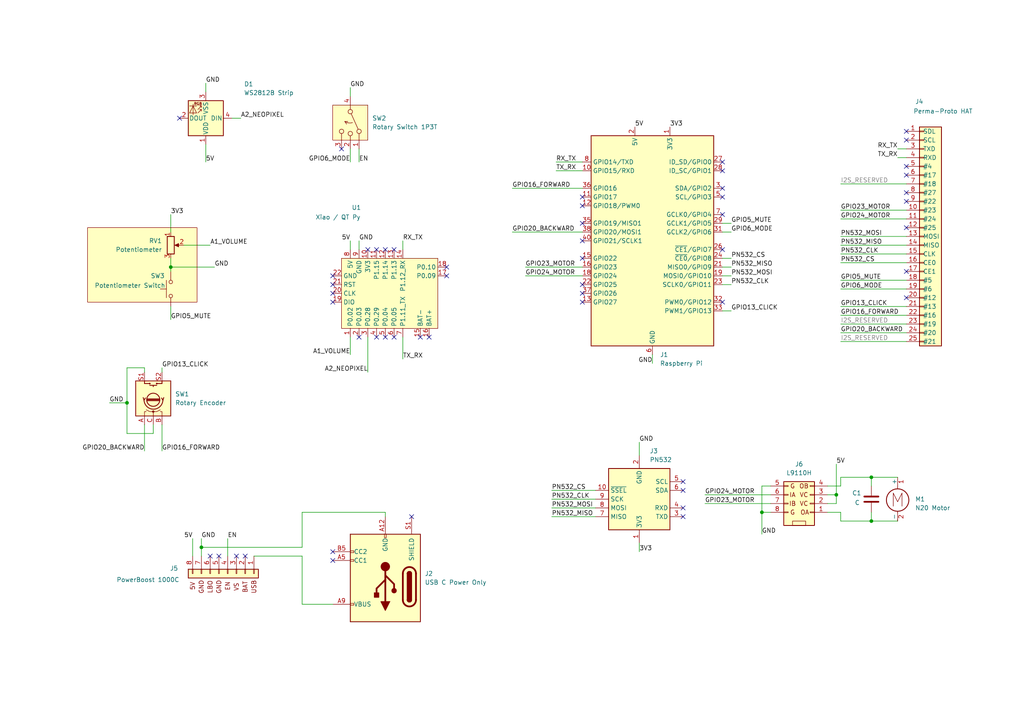
<source format=kicad_sch>
(kicad_sch (version 20231120) (generator "eeschema") (generator_version "8.0")
  (paper "A4")
  (title_block (title "Record Player") (company "Leonid R"))
  (lib_symbols
    (symbol "Connector:Raspberry_Pi_2_3"
      (property "Reference" "J" (at -17.78 31.75 0))
      (property "Value" "Raspberry_Pi_2_3" (at 10.16 -31.75 0))
      (symbol "Raspberry_Pi_2_3_0_1"
        (rectangle (start -17.78 30.48) (end 17.78 -30.48) (stroke (width 0.254)) (fill (type background)))
      )
      (symbol "Raspberry_Pi_2_3_1_1"
        (pin power_in line (at 5.08 33.02 270) (length 2.54) (name "3V3") (number "1"))
        (pin bidirectional line (at -20.32 20.32 0) (length 2.54) (name "GPIO15/RXD") (number "10"))
        (pin bidirectional line (at -20.32 12.7 0) (length 2.54) (name "GPIO17") (number "11"))
        (pin bidirectional line (at -20.32 10.16 0) (length 2.54) (name "GPIO18/PWM0") (number "12"))
        (pin bidirectional line (at -20.32 -17.78 0) (length 2.54) (name "GPIO27") (number "13"))
        (pin passive line (at 0 -33.02 90) (length 2.54) hide (name "GND") (number "14"))
        (pin bidirectional line (at -20.32 -5.08 0) (length 2.54) (name "GPIO22") (number "15"))
        (pin bidirectional line (at -20.32 -7.62 0) (length 2.54) (name "GPIO23") (number "16"))
        (pin passive line (at 5.08 33.02 270) (length 2.54) hide (name "3V3") (number "17"))
        (pin bidirectional line (at -20.32 -10.16 0) (length 2.54) (name "GPIO24") (number "18"))
        (pin bidirectional line (at 20.32 -10.16 180) (length 2.54) (name "MOSI0/GPIO10") (number "19"))
        (pin power_in line (at -5.08 33.02 270) (length 2.54) (name "5V") (number "2"))
        (pin passive line (at 0 -33.02 90) (length 2.54) hide (name "GND") (number "20"))
        (pin bidirectional line (at 20.32 -7.62 180) (length 2.54) (name "MISO0/GPIO9") (number "21"))
        (pin bidirectional line (at -20.32 -12.7 0) (length 2.54) (name "GPIO25") (number "22"))
        (pin bidirectional line (at 20.32 -12.7 180) (length 2.54) (name "SCLK0/GPIO11") (number "23"))
        (pin bidirectional line (at 20.32 -5.08 180) (length 2.54) (name "~{CE0}/GPIO8") (number "24"))
        (pin passive line (at 0 -33.02 90) (length 2.54) hide (name "GND") (number "25"))
        (pin bidirectional line (at 20.32 -2.54 180) (length 2.54) (name "~{CE1}/GPIO7") (number "26"))
        (pin bidirectional line (at 20.32 22.86 180) (length 2.54) (name "ID_SD/GPIO0") (number "27"))
        (pin bidirectional line (at 20.32 20.32 180) (length 2.54) (name "ID_SC/GPIO1") (number "28"))
        (pin bidirectional line (at 20.32 5.08 180) (length 2.54) (name "GCLK1/GPIO5") (number "29"))
        (pin bidirectional line (at 20.32 15.24 180) (length 2.54) (name "SDA/GPIO2") (number "3"))
        (pin passive line (at 0 -33.02 90) (length 2.54) hide (name "GND") (number "30"))
        (pin bidirectional line (at 20.32 2.54 180) (length 2.54) (name "GCLK2/GPIO6") (number "31"))
        (pin bidirectional line (at 20.32 -17.78 180) (length 2.54) (name "PWM0/GPIO12") (number "32"))
        (pin bidirectional line (at 20.32 -20.32 180) (length 2.54) (name "PWM1/GPIO13") (number "33"))
        (pin passive line (at 0 -33.02 90) (length 2.54) hide (name "GND") (number "34"))
        (pin bidirectional line (at -20.32 5.08 0) (length 2.54) (name "GPIO19/MISO1") (number "35"))
        (pin bidirectional line (at -20.32 15.24 0) (length 2.54) (name "GPIO16") (number "36"))
        (pin bidirectional line (at -20.32 -15.24 0) (length 2.54) (name "GPIO26") (number "37"))
        (pin bidirectional line (at -20.32 2.54 0) (length 2.54) (name "GPIO20/MOSI1") (number "38"))
        (pin passive line (at 0 -33.02 90) (length 2.54) hide (name "GND") (number "39"))
        (pin passive line (at -5.08 33.02 270) (length 2.54) hide (name "5V") (number "4"))
        (pin bidirectional line (at -20.32 0 0) (length 2.54) (name "GPIO21/SCLK1") (number "40"))
        (pin bidirectional line (at 20.32 12.7 180) (length 2.54) (name "SCL/GPIO3") (number "5"))
        (pin power_in line (at 0 -33.02 90) (length 2.54) (name "GND") (number "6"))
        (pin bidirectional line (at 20.32 7.62 180) (length 2.54) (name "GCLK0/GPIO4") (number "7"))
        (pin bidirectional line (at -20.32 22.86 0) (length 2.54) (name "GPIO14/TXD") (number "8"))
        (pin passive line (at 0 -33.02 90) (length 2.54) hide (name "GND") (number "9"))
      )
    )
    (symbol "Connector:UEXT_Slave"
      (property "Reference" "J" (at 6.35 10.16 0))
      (property "Value" "UEXT_Slave" (at 6.35 -10.16 0))
      (symbol "UEXT_Slave_1_1"
        (rectangle (start -8.89 8.89) (end 8.89 -8.89) (stroke (width 0.254)) (fill (type background)))
        (pin power_out line (at 0 12.7 270) (length 3.81) (name "3V3") (number "1"))
        (pin input line (at 12.7 -2.54 180) (length 3.81) (name "~{SSEL}") (number "10"))
        (pin power_in line (at 0 -12.7 90) (length 3.81) (name "GND") (number "2"))
        (pin input line (at -12.7 5.08 0) (length 3.81) (name "TXD") (number "3"))
        (pin output line (at -12.7 2.54 0) (length 3.81) (name "RXD") (number "4"))
        (pin input line (at -12.7 -5.08 0) (length 3.81) (name "SCL") (number "5"))
        (pin bidirectional line (at -12.7 -2.54 0) (length 3.81) (name "SDA") (number "6"))
        (pin input line (at 12.7 5.08 180) (length 3.81) (name "MISO") (number "7"))
        (pin output line (at 12.7 2.54 180) (length 3.81) (name "MOSI") (number "8"))
        (pin input line (at 12.7 0 180) (length 3.81) (name "SCK") (number "9"))
      )
    )
    (symbol "Connector:USB_C_Receptacle_PowerOnly_6P" (pin_names (offset 1.016))
      (property "Reference" "J" (at 0 16.51 0))
      (property "Value" "USB_C_Receptacle_PowerOnly_6P" (at 0 13.97 0))
      (symbol "USB_C_Receptacle_PowerOnly_6P_0_0"
        (rectangle (start -0.254 -12.7) (end 0.254 -11.684))
        (rectangle (start 10.16 -7.366) (end 9.144 -7.874))
        (rectangle (start 10.16 -4.826) (end 9.144 -5.334))
        (rectangle (start 10.16 7.874) (end 9.144 7.366))
      )
      (symbol "USB_C_Receptacle_PowerOnly_6P_0_1"
        (rectangle (start -10.16 12.7) (end 10.16 -12.7) (stroke (width 0.254)) (fill (type background)))
        (arc (start -8.89 -1.27) (mid -6.985 -3.1667) (end -5.08 -1.27) (stroke (width 0.508)))
        (arc (start -7.62 -1.27) (mid -6.985 -1.9023) (end -6.35 -1.27) (stroke (width 0.254)))
        (arc (start -7.62 -1.27) (mid -6.985 -1.9023) (end -6.35 -1.27) (stroke (width 0.254)) (fill (type outline)))
        (rectangle (start -7.62 -1.27) (end -6.35 6.35) (stroke (width 0.254)) (fill (type outline)))
        (arc (start -6.35 6.35) (mid -6.985 6.9823) (end -7.62 6.35) (stroke (width 0.254)))
        (arc (start -6.35 6.35) (mid -6.985 6.9823) (end -7.62 6.35) (stroke (width 0.254)) (fill (type outline)))
        (arc (start -5.08 6.35) (mid -6.985 8.2467) (end -8.89 6.35) (stroke (width 0.508)))
        (circle (center -2.54 3.683) (radius 0.635) (stroke (width 0.254)) (fill (type outline)))
        (circle (center 0 -3.302) (radius 1.27) (fill (type outline)))
        (polyline (pts (xy -8.89 -1.27) (xy -8.89 6.35)) (stroke (width 0.508)))
        (polyline (pts (xy -5.08 6.35) (xy -5.08 -1.27)) (stroke (width 0.508)))
        (polyline (pts (xy 0 -3.302) (xy 0 6.858)) (stroke (width 0.508)))
        (polyline (pts (xy 0 -0.762) (xy -2.54 1.778) (xy -2.54 3.048)) (stroke (width 0.508)))
        (polyline (pts (xy 0 0.508) (xy 2.54 3.048) (xy 2.54 4.318)) (stroke (width 0.508)))
        (polyline (pts (xy -1.27 6.858) (xy 0 9.398) (xy 1.27 6.858) (xy -1.27 6.858)) (stroke (width 0.254)) (fill (type outline)))
        (rectangle (start 1.905 4.318) (end 3.175 5.588) (stroke (width 0.254)) (fill (type outline)))
      )
      (symbol "USB_C_Receptacle_PowerOnly_6P_1_1"
        (pin passive line (at 0 -17.78 90) (length 5.08) (name "GND") (number "A12"))
        (pin bidirectional line (at 15.24 -5.08 180) (length 5.08) (name "CC1") (number "A5"))
        (pin passive line (at 15.24 7.62 180) (length 5.08) (name "VBUS") (number "A9"))
        (pin passive line (at 0 -17.78 90) (length 5.08) hide (name "GND") (number "B12"))
        (pin bidirectional line (at 15.24 -7.62 180) (length 5.08) (name "CC2") (number "B5"))
        (pin passive line (at 15.24 7.62 180) (length 5.08) hide (name "VBUS") (number "B9"))
        (pin passive line (at -7.62 -17.78 90) (length 5.08) (name "SHIELD") (number "S1"))
      )
    )
    (symbol "Connector_Generic:Conn_01x08" (pin_names (offset 1.016) hide)
      (property "Reference" "J5" (at -2.032 13.716 0))
      (property "Value" "PowerBoost 1000C" (at -8.382 11.43 0))
      (symbol "Conn_01x08_1_1"
        (rectangle (start -1.27 -10.033) (end 0 -10.287) (stroke (width 0.1524)))
        (rectangle (start -1.27 -7.493) (end 0 -7.747) (stroke (width 0.1524)))
        (rectangle (start -1.27 -4.953) (end 0 -5.207) (stroke (width 0.1524)))
        (rectangle (start -1.27 -2.413) (end 0 -2.667) (stroke (width 0.1524)))
        (rectangle (start -1.27 0.127) (end 0 -0.127) (stroke (width 0.1524)))
        (rectangle (start -1.27 2.667) (end 0 2.413) (stroke (width 0.1524)))
        (rectangle (start -1.27 5.207) (end 0 4.953) (stroke (width 0.1524)))
        (rectangle (start -1.27 7.747) (end 0 7.493) (stroke (width 0.1524)))
        (rectangle (start -1.27 8.89) (end 1.27 -11.43) (stroke (width 0.254)) (fill (type background)))
        (text "5V" (at 3.556 -10.16 0) (effects (font (size 1.27 1.27))))
        (text "BAT" (at 3.81 5.08 0) (effects (font (size 1.27 1.27))))
        (text "EN" (at 3.556 0 0) (effects (font (size 1.27 1.27))))
        (text "GND" (at 3.81 -7.62 0) (effects (font (size 1.27 1.27))))
        (text "GND" (at 3.81 -2.54 0) (effects (font (size 1.27 1.27))))
        (text "LBO" (at 3.81 -5.08 0) (effects (font (size 1.27 1.27))))
        (text "USB" (at 3.81 7.62 0) (effects (font (size 1.27 1.27))))
        (text "VS" (at 3.81 2.54 0) (effects (font (size 1.27 1.27))))
        (pin passive line (at -5.08 7.62 0) (length 3.81) (name "Pin_1") (number "1"))
        (pin passive line (at -5.08 5.08 0) (length 3.81) (name "Pin_2") (number "2"))
        (pin passive line (at -5.08 2.54 0) (length 3.81) (name "Pin_3") (number "3"))
        (pin passive line (at -5.08 0 0) (length 3.81) (name "Pin_4") (number "4"))
        (pin passive line (at -5.08 -2.54 0) (length 3.81) (name "Pin_5") (number "5"))
        (pin passive line (at -5.08 -5.08 0) (length 3.81) (name "Pin_6") (number "6"))
        (pin passive line (at -5.08 -7.62 0) (length 3.81) (name "Pin_7") (number "7"))
        (pin passive line (at -5.08 -10.16 0) (length 3.81) (name "Pin_8") (number "8"))
      )
    )
    (symbol "Connector_Generic:Conn_01x25" (pin_names (offset 1.016))
      (property "Reference" "J4" (at -1.524 38.862 0))
      (property "Value" "Perma-Proto HAT" (at -1.524 36.322 0))
      (symbol "Conn_01x25_1_1"
        (rectangle (start -1.27 -30.353) (end 0 -30.607) (stroke (width 0.1524)))
        (rectangle (start -1.27 -27.813) (end 0 -28.067) (stroke (width 0.1524)))
        (rectangle (start -1.27 -25.273) (end 0 -25.527) (stroke (width 0.1524)))
        (rectangle (start -1.27 -22.733) (end 0 -22.987) (stroke (width 0.1524)))
        (rectangle (start -1.27 -20.193) (end 0 -20.447) (stroke (width 0.1524)))
        (rectangle (start -1.27 -17.653) (end 0 -17.907) (stroke (width 0.1524)))
        (rectangle (start -1.27 -15.113) (end 0 -15.367) (stroke (width 0.1524)))
        (rectangle (start -1.27 -12.573) (end 0 -12.827) (stroke (width 0.1524)))
        (rectangle (start -1.27 -10.033) (end 0 -10.287) (stroke (width 0.1524)))
        (rectangle (start -1.27 -7.493) (end 0 -7.747) (stroke (width 0.1524)))
        (rectangle (start -1.27 -4.953) (end 0 -5.207) (stroke (width 0.1524)))
        (rectangle (start -1.27 -2.413) (end 0 -2.667) (stroke (width 0.1524)))
        (rectangle (start -1.27 0.127) (end 0 -0.127) (stroke (width 0.1524)))
        (rectangle (start -1.27 2.667) (end 0 2.413) (stroke (width 0.1524)))
        (rectangle (start -1.27 5.207) (end 0 4.953) (stroke (width 0.1524)))
        (rectangle (start -1.27 7.747) (end 0 7.493) (stroke (width 0.1524)))
        (rectangle (start -1.27 10.287) (end 0 10.033) (stroke (width 0.1524)))
        (rectangle (start -1.27 12.827) (end 0 12.573) (stroke (width 0.1524)))
        (rectangle (start -1.27 15.367) (end 0 15.113) (stroke (width 0.1524)))
        (rectangle (start -1.27 17.907) (end 0 17.653) (stroke (width 0.1524)))
        (rectangle (start -1.27 20.447) (end 0 20.193) (stroke (width 0.1524)))
        (rectangle (start -1.27 22.987) (end 0 22.733) (stroke (width 0.1524)))
        (rectangle (start -1.27 25.527) (end 0 25.273) (stroke (width 0.1524)))
        (rectangle (start -1.27 28.067) (end 0 27.813) (stroke (width 0.1524)))
        (rectangle (start -1.27 30.607) (end 0 30.353) (stroke (width 0.1524)))
        (rectangle (start -1.27 31.75) (end 5.08 -31.75) (stroke (width 0.254)) (fill (type background)))
        (pin passive line (at -5.08 30.48 0) (length 3.81) (name "SDL") (number "1"))
        (pin passive line (at -5.08 7.62 0) (length 3.81) (name "#23") (number "10"))
        (pin passive line (at -5.08 5.08 0) (length 3.81) (name "#24") (number "11"))
        (pin passive line (at -5.08 2.54 0) (length 3.81) (name "#25") (number "12"))
        (pin passive line (at -5.08 0 0) (length 3.81) (name "MOSI") (number "13"))
        (pin passive line (at -5.08 -2.54 0) (length 3.81) (name "MISO") (number "14"))
        (pin passive line (at -5.08 -5.08 0) (length 3.81) (name "CLK") (number "15"))
        (pin passive line (at -5.08 -7.62 0) (length 3.81) (name "CE0") (number "16"))
        (pin passive line (at -5.08 -10.16 0) (length 3.81) (name "CE1") (number "17"))
        (pin passive line (at -5.08 -12.7 0) (length 3.81) (name "#5") (number "18"))
        (pin passive line (at -5.08 -15.24 0) (length 3.81) (name "#6") (number "19"))
        (pin passive line (at -5.08 27.94 0) (length 3.81) (name "SCL") (number "2"))
        (pin passive line (at -5.08 -17.78 0) (length 3.81) (name "#12") (number "20"))
        (pin passive line (at -5.08 -20.32 0) (length 3.81) (name "#13") (number "21"))
        (pin passive line (at -5.08 -22.86 0) (length 3.81) (name "#16") (number "22"))
        (pin passive line (at -5.08 -25.4 0) (length 3.81) (name "#19") (number "23"))
        (pin passive line (at -5.08 -27.94 0) (length 3.81) (name "#20") (number "24"))
        (pin passive line (at -5.08 -30.48 0) (length 3.81) (name "#21") (number "25"))
        (pin passive line (at -5.08 25.4 0) (length 3.81) (name "TXD") (number "3"))
        (pin passive line (at -5.08 22.86 0) (length 3.81) (name "RXD") (number "4"))
        (pin passive line (at -5.08 20.32 0) (length 3.81) (name "#4") (number "5"))
        (pin passive line (at -5.08 17.78 0) (length 3.81) (name "#17") (number "6"))
        (pin passive line (at -5.08 15.24 0) (length 3.81) (name "#18") (number "7"))
        (pin passive line (at -5.08 12.7 0) (length 3.81) (name "#27") (number "8"))
        (pin passive line (at -5.08 10.16 0) (length 3.81) (name "#22") (number "9"))
      )
    )
    (symbol "Connector_Generic:Conn_02x04_Counter_Clockwise" (pin_names (offset 1.016) hide)
      (property "Reference" "J6" (at -0.508 12.7 0))
      (property "Value" "L9110H" (at 3.302 10.16 0))
      (symbol "Conn_02x04_Counter_Clockwise_0_1"
        (rectangle (start 1.27 6.35) (end 5.08 5.08))
      )
      (symbol "Conn_02x04_Counter_Clockwise_1_1"
        (rectangle (start -1.27 -4.953) (end 0 -5.207) (stroke (width 0.1524)))
        (rectangle (start -1.27 -2.413) (end 0 -2.667) (stroke (width 0.1524)))
        (rectangle (start -1.27 0.127) (end 0 -0.127) (stroke (width 0.1524)))
        (rectangle (start -1.27 2.667) (end 0 2.413) (stroke (width 0.1524)))
        (rectangle (start -1.27 6.35) (end 7.62 -6.35) (stroke (width 0.254)) (fill (type background)))
        (rectangle (start 7.62 -4.953) (end 6.35 -5.207) (stroke (width 0.1524)))
        (rectangle (start 7.62 -2.413) (end 6.35 -2.667) (stroke (width 0.1524)))
        (rectangle (start 7.62 0.127) (end 6.35 -0.127) (stroke (width 0.1524)))
        (rectangle (start 7.62 2.667) (end 6.35 2.413) (stroke (width 0.1524)))
        (text "G" (at 5.08 -5.08 0) (effects (font (size 1.27 1.27))))
        (text "G" (at 5.08 2.54 0) (effects (font (size 1.27 1.27))))
        (text "IA" (at 5.08 -2.54 0) (effects (font (size 1.27 1.27))))
        (text "IB" (at 5.08 0 0) (effects (font (size 1.27 1.27))))
        (text "OA" (at 1.524 2.54 0) (effects (font (size 1.27 1.27))))
        (text "OB" (at 1.778 -5.08 0) (effects (font (size 1.27 1.27))))
        (text "VC" (at 1.778 -2.54 0) (effects (font (size 1.27 1.27))))
        (text "VC" (at 1.778 0 0) (effects (font (size 1.27 1.27))))
        (pin passive line (at -5.08 2.54 0) (length 3.81) (name "Pin_1") (number "1"))
        (pin passive line (at -5.08 0 0) (length 3.81) (name "Pin_2") (number "2"))
        (pin passive line (at -5.08 -2.54 0) (length 3.81) (name "Pin_3") (number "3"))
        (pin passive line (at -5.08 -5.08 0) (length 3.81) (name "Pin_4") (number "4"))
        (pin passive line (at 11.43 -5.08 180) (length 3.81) (name "Pin_5") (number "5"))
        (pin passive line (at 11.43 -2.54 180) (length 3.81) (name "Pin_6") (number "6"))
        (pin passive line (at 11.43 0 180) (length 3.81) (name "Pin_7") (number "7"))
        (pin passive line (at 11.43 2.54 180) (length 3.81) (name "Pin_8") (number "8"))
      )
    )
    (symbol "Device:C" (pin_numbers hide) (pin_names (offset 0.254))
      (property "Reference" "C" (at 0.635 2.54 0))
      (property "Value" "C" (at 0.635 -2.54 0))
      (symbol "C_0_1"
        (polyline (pts (xy -2.032 -0.762) (xy 2.032 -0.762)) (stroke (width 0.508)))
        (polyline (pts (xy -2.032 0.762) (xy 2.032 0.762)) (stroke (width 0.508)))
      )
      (symbol "C_1_1"
        (pin passive line (at 0 3.81 270) (length 2.794) (name "~") (number "1"))
        (pin passive line (at 0 -3.81 90) (length 2.794) (name "~") (number "2"))
      )
    )
    (symbol "Device:R_Potentiometer" (pin_names (offset 1.016) hide)
      (property "Reference" "RV" (at -4.445 0 90))
      (property "Value" "R_Potentiometer" (at -2.54 0 90))
      (symbol "R_Potentiometer_0_1"
        (polyline (pts (xy 2.54 0) (xy 1.524 0)))
        (polyline (pts (xy 1.143 0) (xy 2.286 0.508) (xy 2.286 -0.508) (xy 1.143 0)) (fill (type outline)))
        (rectangle (start 1.016 2.54) (end -1.016 -2.54) (stroke (width 0.254)))
      )
      (symbol "R_Potentiometer_1_1"
        (pin passive line (at 0 3.81 270) (length 1.27) (name "1") (number "1"))
        (pin passive line (at 3.81 0 180) (length 1.27) (name "2") (number "2"))
        (pin passive line (at 0 -3.81 90) (length 1.27) (name "3") (number "3"))
      )
    )
    (symbol "Device:RotaryEncoder_Switch" (pin_names (offset 0.254) hide)
      (property "Reference" "SW" (at 0 6.604 0))
      (property "Value" "RotaryEncoder_Switch" (at 0 -6.604 0))
      (symbol "RotaryEncoder_Switch_0_1"
        (rectangle (start -5.08 5.08) (end 5.08 -5.08) (stroke (width 0.254)) (fill (type background)))
        (circle (center -3.81 0) (radius 0.254) (fill (type outline)))
        (circle (center -0.381 0) (radius 1.905) (stroke (width 0.254)))
        (arc (start -0.381 2.667) (mid -3.0988 -0.0635) (end -0.381 -2.794) (stroke (width 0.254)))
        (polyline (pts (xy -0.635 -1.778) (xy -0.635 1.778)) (stroke (width 0.254)))
        (polyline (pts (xy -0.381 -1.778) (xy -0.381 1.778)) (stroke (width 0.254)))
        (polyline (pts (xy -0.127 1.778) (xy -0.127 -1.778)) (stroke (width 0.254)))
        (polyline (pts (xy 3.81 0) (xy 3.429 0)) (stroke (width 0.254)))
        (polyline (pts (xy 3.81 1.016) (xy 3.81 -1.016)) (stroke (width 0.254)))
        (polyline (pts (xy -5.08 -2.54) (xy -3.81 -2.54) (xy -3.81 -2.032)))
        (polyline (pts (xy -5.08 2.54) (xy -3.81 2.54) (xy -3.81 2.032)))
        (polyline (pts (xy 0.254 -3.048) (xy -0.508 -2.794) (xy 0.127 -2.413)) (stroke (width 0.254)))
        (polyline (pts (xy 0.254 2.921) (xy -0.508 2.667) (xy 0.127 2.286)) (stroke (width 0.254)))
        (polyline (pts (xy 5.08 -2.54) (xy 4.318 -2.54) (xy 4.318 -1.016)) (stroke (width 0.254)))
        (polyline (pts (xy 5.08 2.54) (xy 4.318 2.54) (xy 4.318 1.016)) (stroke (width 0.254)))
        (polyline (pts (xy -5.08 0) (xy -3.81 0) (xy -3.81 -1.016) (xy -3.302 -2.032)))
        (polyline (pts (xy -4.318 0) (xy -3.81 0) (xy -3.81 1.016) (xy -3.302 2.032)))
        (circle (center 4.318 -1.016) (radius 0.127) (stroke (width 0.254)))
        (circle (center 4.318 1.016) (radius 0.127) (stroke (width 0.254)))
      )
      (symbol "RotaryEncoder_Switch_1_1"
        (pin passive line (at -7.62 2.54 0) (length 2.54) (name "A") (number "A"))
        (pin passive line (at -7.62 -2.54 0) (length 2.54) (name "B") (number "B"))
        (pin passive line (at -7.62 0 0) (length 2.54) (name "C") (number "C"))
        (pin passive line (at 7.62 2.54 180) (length 2.54) (name "S1") (number "S1"))
        (pin passive line (at 7.62 -2.54 180) (length 2.54) (name "S2") (number "S2"))
      )
    )
    (symbol "LED:WS2812B" (pin_names (offset 0.254))
      (property "Reference" "D" (at 5.08 5.715 0))
      (property "Value" "WS2812B" (at 1.27 -5.715 0))
      (symbol "WS2812B_0_0"
        (text "RGB" (at 2.286 -4.191 0) (effects (font (size 0.762 0.762))))
      )
      (symbol "WS2812B_0_1"
        (polyline (pts (xy 1.27 -3.556) (xy 1.778 -3.556)))
        (polyline (pts (xy 1.27 -2.54) (xy 1.778 -2.54)))
        (polyline (pts (xy 4.699 -3.556) (xy 2.667 -3.556)))
        (polyline (pts (xy 2.286 -2.54) (xy 1.27 -3.556) (xy 1.27 -3.048)))
        (polyline (pts (xy 2.286 -1.524) (xy 1.27 -2.54) (xy 1.27 -2.032)))
        (polyline (pts (xy 3.683 -1.016) (xy 3.683 -3.556) (xy 3.683 -4.064)))
        (polyline (pts (xy 4.699 -1.524) (xy 2.667 -1.524) (xy 3.683 -3.556) (xy 4.699 -1.524)))
        (rectangle (start 5.08 5.08) (end -5.08 -5.08) (stroke (width 0.254)) (fill (type background)))
      )
      (symbol "WS2812B_1_1"
        (pin power_in line (at 0 7.62 270) (length 2.54) (name "VDD") (number "1"))
        (pin output line (at 7.62 0 180) (length 2.54) (name "DOUT") (number "2"))
        (pin power_in line (at 0 -7.62 90) (length 2.54) (name "VSS") (number "3"))
        (pin input line (at -7.62 0 0) (length 2.54) (name "DIN") (number "4"))
      )
    )
    (symbol "Motor:Motor_DC" (pin_names (offset 0))
      (property "Reference" "M" (at 2.54 2.54 0))
      (property "Value" "Motor_DC" (at 2.54 -5.08 0))
      (symbol "Motor_DC_0_0"
        (polyline (pts (xy -1.27 -3.302) (xy -1.27 0.508) (xy 0 -2.032) (xy 1.27 0.508) (xy 1.27 -3.302)))
      )
      (symbol "Motor_DC_0_1"
        (circle (center 0 -1.524) (radius 3.2512) (stroke (width 0.254)))
        (polyline (pts (xy 0 -7.62) (xy 0 -7.112)))
        (polyline (pts (xy 0 -4.7752) (xy 0 -5.1816)))
        (polyline (pts (xy 0 1.7272) (xy 0 2.0828)))
        (polyline (pts (xy 0 2.032) (xy 0 2.54)))
      )
      (symbol "Motor_DC_1_1"
        (pin passive line (at 0 5.08 270) (length 2.54) (name "+") (number "1"))
        (pin passive line (at 0 -7.62 90) (length 2.54) (name "-") (number "2"))
      )
    )
    (symbol "PCM_marbastlib-promicroish:Seeeduino_Xiao_nRF52840" (in_bom no)
      (property "Reference" "U1" (at 9.8141 -13.97 0))
      (property "Value" "Xiao" (at 9.8141 -16.51 0))
      (symbol "Seeeduino_Xiao_nRF52840_1_0"
        (pin bidirectional line (at -12.7 13.97 0) (length 2.54) (name "P0.02") (number "1"))
        (pin power_out line (at 12.7 8.89 180) (length 2.54) (name "3V3") (number "10"))
        (pin bidirectional line (at 12.7 6.35 180) (length 2.54) (name "P1.15") (number "11"))
        (pin bidirectional line (at 12.7 3.81 180) (length 2.54) (name "P1.14") (number "12"))
        (pin bidirectional line (at 12.7 1.27 180) (length 2.54) (name "P1.13") (number "13"))
        (pin bidirectional line (at 12.7 -1.27 180) (length 2.54) (name "P1.12_RX") (number "14"))
        (pin power_in line (at -12.7 -6.35 0) (length 2.54) (name "BAT-") (number "15"))
        (pin power_in line (at -12.7 -8.89 0) (length 2.54) (name "BAT+") (number "16"))
        (pin bidirectional line (at 5.08 -13.97 90) (length 2.54) (name "P0.09") (number "17"))
        (pin bidirectional line (at 7.62 -13.97 90) (length 2.54) (name "P0.10") (number "18"))
        (pin bidirectional line (at -2.54 19.05 270) (length 2.54) (name "DIO") (number "19"))
        (pin bidirectional line (at -12.7 11.43 0) (length 2.54) (name "P0.03") (number "2"))
        (pin bidirectional line (at 0 19.05 270) (length 2.54) (name "CLK") (number "20"))
        (pin bidirectional line (at 2.54 19.05 270) (length 2.54) (name "RST") (number "21"))
        (pin power_out line (at 5.08 19.05 270) (length 2.54) (name "GND") (number "22"))
        (pin bidirectional line (at -12.7 8.89 0) (length 2.54) (name "P0.28") (number "3"))
        (pin bidirectional line (at -12.7 6.35 0) (length 2.54) (name "P0.29") (number "4"))
        (pin bidirectional line (at -12.7 3.81 0) (length 2.54) (name "P0.04") (number "5"))
        (pin bidirectional line (at -12.7 1.27 0) (length 2.54) (name "P0.05") (number "6"))
        (pin bidirectional line (at -12.7 -1.27 0) (length 2.54) (name "P1.11_TX") (number "7"))
        (pin power_out line (at 12.7 13.97 180) (length 2.54) (name "5V") (number "8"))
        (pin power_out line (at 12.7 11.43 180) (length 2.54) (name "GND") (number "9"))
      )
      (symbol "Seeeduino_Xiao_nRF52840_1_1"
        (rectangle (start -10.16 16.51) (end 10.16 -11.43) (fill (type background)))
      )
    )
    (symbol "Switch:SW_Push" (pin_numbers hide) (pin_names (offset 1.016) hide)
      (property "Reference" "SW" (at 1.27 2.54 0))
      (property "Value" "SW_Push" (at 0 -1.524 0))
      (symbol "SW_Push_0_1"
        (circle (center -2.032 0) (radius 0.508))
        (polyline (pts (xy 0 1.27) (xy 0 3.048)))
        (polyline (pts (xy 2.54 1.27) (xy -2.54 1.27)))
        (circle (center 2.032 0) (radius 0.508))
        (pin passive line (at -5.08 0 0) (length 2.54) (name "1") (number "1"))
        (pin passive line (at 5.08 0 180) (length 2.54) (name "2") (number "2"))
      )
    )
    (symbol "Switch:SW_Rotary_1x3_MP" (pin_names hide)
      (property "Reference" "SW2" (at -1.2701 6.35 90))
      (property "Value" "Rotary Switch 1P3T" (at 1.2699 6.35 90))
      (symbol "SW_Rotary_1x3_MP_0_1"
        (circle (center -3.175 0) (radius 0.635))
        (arc (start -0.3176 -1.5875) (mid 0.0861 -0.5113) (end 0 0.635))
        (polyline (pts (xy -5.08 0) (xy -3.81 0)))
        (polyline (pts (xy -2.5908 0.254) (xy 1.9304 2.286)))
        (polyline (pts (xy -0.3176 -1.5875) (xy -0.3176 -1.5875)))
        (polyline (pts (xy -0.3176 -1.5875) (xy -0.3176 -0.6985)))
        (polyline (pts (xy -0.3176 -1.5875) (xy 0.4444 -1.0795)))
        (polyline (pts (xy 5.08 -2.54) (xy 3.175 -2.54)))
        (polyline (pts (xy 5.08 0) (xy 3.81 0)))
        (polyline (pts (xy 5.08 2.54) (xy 3.175 2.54)))
        (circle (center 2.54 -2.54) (radius 0.635))
        (circle (center 2.54 2.54) (radius 0.635))
        (circle (center 3.175 0) (radius 0.635))
      )
      (symbol "SW_Rotary_1x3_MP_1_1"
        (rectangle (start -5.08 5.08) (end 5.08 -5.08) (fill (type background)))
        (pin passive line (at 7.62 2.54 180) (length 2.54) (name "") (number "1"))
        (pin passive line (at 7.62 0 180) (length 2.54) (name "") (number "2"))
        (pin passive line (at 7.62 -2.54 180) (length 2.54) (name "") (number "3"))
        (pin passive line (at -7.62 0 0) (length 2.54) (name "") (number "4"))
      )
    )
  )
  (junction (at 220.98 148.59))
  (junction (at 242.57 143.51))
  (junction (at 58.42 158.75))
  (junction (at 49.53 77.47))
  (junction (at 252.73 138.43))
  (junction (at 252.73 151.13))
  (junction (at 36.83 116.84))
  (no_connect (at 209.55 87.63))
  (no_connect (at 168.91 69.85))
  (no_connect (at 262.89 38.1))
  (no_connect (at 129.54 77.47))
  (no_connect (at 168.91 85.09))
  (no_connect (at 121.92 97.79))
  (no_connect (at 96.52 80.01))
  (no_connect (at 111.76 72.39))
  (no_connect (at 262.89 48.26))
  (no_connect (at 109.22 72.39))
  (no_connect (at 168.91 59.69))
  (no_connect (at 71.12 161.29))
  (no_connect (at 209.55 46.99))
  (no_connect (at 96.52 87.63))
  (no_connect (at 209.55 62.23))
  (no_connect (at 96.52 85.09))
  (no_connect (at 63.5 161.29))
  (no_connect (at 104.14 97.79))
  (no_connect (at 99.06 43.18))
  (no_connect (at 262.89 86.36))
  (no_connect (at 198.12 142.24))
  (no_connect (at 96.52 160.02))
  (no_connect (at 114.3 72.39))
  (no_connect (at 262.89 55.88))
  (no_connect (at 106.68 72.39))
  (no_connect (at 262.89 66.04))
  (no_connect (at 209.55 72.39))
  (no_connect (at 198.12 139.7))
  (no_connect (at 96.52 82.55))
  (no_connect (at 124.46 97.79))
  (no_connect (at 198.12 149.86))
  (no_connect (at 262.89 40.64))
  (no_connect (at 68.58 161.29))
  (no_connect (at 168.91 82.55))
  (no_connect (at 168.91 74.93))
  (no_connect (at 209.55 57.15))
  (no_connect (at 52.07 34.29))
  (no_connect (at 60.96 161.29))
  (no_connect (at 129.54 80.01))
  (no_connect (at 209.55 54.61))
  (no_connect (at 111.76 97.79))
  (no_connect (at 96.52 162.56))
  (no_connect (at 262.89 78.74))
  (no_connect (at 209.55 49.53))
  (no_connect (at 262.89 58.42))
  (no_connect (at 168.91 57.15))
  (no_connect (at 114.3 97.79))
  (no_connect (at 262.89 50.8))
  (no_connect (at 198.12 147.32))
  (no_connect (at 109.22 97.79))
  (no_connect (at 168.91 87.63))
  (no_connect (at 168.91 64.77))
  (no_connect (at 119.38 149.86))
  (wire (pts (xy 87.63 161.29) (xy 73.66 161.29)))
  (wire (pts (xy 185.42 157.48) (xy 185.42 160.02)))
  (wire (pts (xy 116.84 97.79) (xy 116.84 104.14)))
  (wire (pts (xy 53.34 71.12) (xy 60.96 71.12)))
  (wire (pts (xy 220.98 148.59) (xy 223.52 148.59)))
  (wire (pts (xy 252.73 148.59) (xy 252.73 151.13)))
  (wire (pts (xy 240.03 140.97) (xy 243.84 140.97)))
  (wire (pts (xy 243.84 99.06) (xy 262.89 99.06)))
  (wire (pts (xy 220.98 148.59) (xy 220.98 154.94)))
  (wire (pts (xy 243.84 81.28) (xy 262.89 81.28)))
  (wire (pts (xy 148.59 67.31) (xy 168.91 67.31)))
  (wire (pts (xy 116.84 72.39) (xy 116.84 69.85)))
  (wire (pts (xy 220.98 140.97) (xy 220.98 148.59)))
  (wire (pts (xy 252.73 138.43) (xy 260.35 138.43)))
  (wire (pts (xy 46.99 123.19) (xy 46.99 130.81)))
  (wire (pts (xy 243.84 151.13) (xy 252.73 151.13)))
  (wire (pts (xy 58.42 156.21) (xy 58.42 158.75)))
  (wire (pts (xy 49.53 62.23) (xy 49.53 67.31)))
  (wire (pts (xy 243.84 138.43) (xy 243.84 140.97)))
  (wire (pts (xy 87.63 148.59) (xy 87.63 158.75)))
  (wire (pts (xy 101.6 97.79) (xy 101.6 102.87)))
  (wire (pts (xy 243.84 148.59) (xy 243.84 151.13)))
  (wire (pts (xy 31.75 116.84) (xy 36.83 116.84)))
  (wire (pts (xy 101.6 43.18) (xy 101.6 46.99)))
  (wire (pts (xy 111.76 148.59) (xy 87.63 148.59)))
  (wire (pts (xy 87.63 175.26) (xy 96.52 175.26)))
  (wire (pts (xy 260.35 43.18) (xy 262.89 43.18)))
  (wire (pts (xy 240.03 146.05) (xy 242.57 146.05)))
  (wire (pts (xy 240.03 143.51) (xy 242.57 143.51)))
  (wire (pts (xy 209.55 77.47) (xy 212.09 77.47)))
  (wire (pts (xy 160.02 144.78) (xy 172.72 144.78)))
  (wire (pts (xy 36.83 106.68) (xy 41.91 106.68)))
  (wire (pts (xy 160.02 142.24) (xy 172.72 142.24)))
  (wire (pts (xy 209.55 82.55) (xy 212.09 82.55)))
  (wire (pts (xy 204.47 143.51) (xy 223.52 143.51)))
  (wire (pts (xy 260.35 45.72) (xy 262.89 45.72)))
  (wire (pts (xy 185.42 128.27) (xy 185.42 132.08)))
  (wire (pts (xy 243.84 96.52) (xy 262.89 96.52)))
  (wire (pts (xy 36.83 116.84) (xy 36.83 125.73)))
  (wire (pts (xy 240.03 148.59) (xy 243.84 148.59)))
  (wire (pts (xy 49.53 74.93) (xy 49.53 77.47)))
  (wire (pts (xy 252.73 151.13) (xy 260.35 151.13)))
  (wire (pts (xy 242.57 134.62) (xy 242.57 143.51)))
  (wire (pts (xy 44.45 125.73) (xy 36.83 125.73)))
  (wire (pts (xy 49.53 77.47) (xy 49.53 78.74)))
  (wire (pts (xy 243.84 138.43) (xy 252.73 138.43)))
  (wire (pts (xy 152.4 77.47) (xy 168.91 77.47)))
  (wire (pts (xy 87.63 175.26) (xy 87.63 161.29)))
  (wire (pts (xy 36.83 106.68) (xy 36.83 116.84)))
  (wire (pts (xy 148.59 54.61) (xy 168.91 54.61)))
  (wire (pts (xy 55.88 156.21) (xy 55.88 161.29)))
  (wire (pts (xy 152.4 80.01) (xy 168.91 80.01)))
  (wire (pts (xy 223.52 140.97) (xy 220.98 140.97)))
  (wire (pts (xy 243.84 73.66) (xy 262.89 73.66)))
  (wire (pts (xy 243.84 76.2) (xy 262.89 76.2)))
  (wire (pts (xy 243.84 63.5) (xy 262.89 63.5)))
  (wire (pts (xy 58.42 158.75) (xy 87.63 158.75)))
  (wire (pts (xy 49.53 88.9) (xy 49.53 92.71)))
  (wire (pts (xy 209.55 80.01) (xy 212.09 80.01)))
  (wire (pts (xy 243.84 53.34) (xy 262.89 53.34)))
  (wire (pts (xy 104.14 69.85) (xy 104.14 72.39)))
  (wire (pts (xy 209.55 64.77) (xy 212.09 64.77)))
  (wire (pts (xy 46.99 106.68) (xy 46.99 107.95)))
  (wire (pts (xy 49.53 77.47) (xy 62.23 77.47)))
  (wire (pts (xy 160.02 149.86) (xy 172.72 149.86)))
  (wire (pts (xy 59.69 41.91) (xy 59.69 46.99)))
  (wire (pts (xy 209.55 67.31) (xy 212.09 67.31)))
  (wire (pts (xy 58.42 158.75) (xy 58.42 161.29)))
  (wire (pts (xy 111.76 148.59) (xy 111.76 149.86)))
  (wire (pts (xy 243.84 71.12) (xy 262.89 71.12)))
  (wire (pts (xy 161.29 46.99) (xy 168.91 46.99)))
  (wire (pts (xy 243.84 83.82) (xy 262.89 83.82)))
  (wire (pts (xy 209.55 74.93) (xy 212.09 74.93)))
  (wire (pts (xy 243.84 68.58) (xy 262.89 68.58)))
  (wire (pts (xy 106.68 97.79) (xy 106.68 107.95)))
  (wire (pts (xy 243.84 88.9) (xy 262.89 88.9)))
  (wire (pts (xy 209.55 90.17) (xy 212.09 90.17)))
  (wire (pts (xy 41.91 123.19) (xy 41.91 130.81)))
  (wire (pts (xy 66.04 156.21) (xy 66.04 161.29)))
  (wire (pts (xy 59.69 24.13) (xy 59.69 26.67)))
  (wire (pts (xy 243.84 93.98) (xy 262.89 93.98)))
  (wire (pts (xy 243.84 60.96) (xy 262.89 60.96)))
  (wire (pts (xy 252.73 138.43) (xy 252.73 140.97)))
  (wire (pts (xy 101.6 69.85) (xy 101.6 72.39)))
  (wire (pts (xy 243.84 91.44) (xy 262.89 91.44)))
  (wire (pts (xy 242.57 143.51) (xy 242.57 146.05)))
  (wire (pts (xy 160.02 147.32) (xy 172.72 147.32)))
  (wire (pts (xy 161.29 49.53) (xy 168.91 49.53)))
  (wire (pts (xy 41.91 107.95) (xy 41.91 106.68)))
  (wire (pts (xy 104.14 43.18) (xy 104.14 46.99)))
  (wire (pts (xy 67.31 34.29) (xy 69.85 34.29)))
  (wire (pts (xy 101.6 27.94) (xy 101.6 25.4)))
  (wire (pts (xy 204.47 146.05) (xy 223.52 146.05)))
  (wire (pts (xy 44.45 123.19) (xy 44.45 125.73)))
  (wire (pts (xy 189.23 105.41) (xy 189.23 102.87)))
  (rectangle (start 25.4 66.04) (end 57.15 87.63) (stroke (width 0) (color 132 0 0 1)) (fill (type color) (color 255 255 194 1)))
  (label "PN532_CS" (at 160.02 142.24 0))
  (label "TX_RX" (at 116.84 104.14 0))
  (label "GPIO23_MOTOR" (at 152.4 77.47 0))
  (label "PN532_MISO" (at 243.84 71.12 0))
  (label "5V" (at 55.88 156.21 180))
  (label "I2S_RESERVED" (at 243.84 53.34 0))
  (label "3V3" (at 194.31 36.83 0))
  (label "GPIO23_MOTOR" (at 243.84 60.96 0))
  (label "GPIO16_FORWARD" (at 46.99 130.81 0))
  (label "5V" (at 59.69 46.99 0))
  (label "GPIO6_MODE" (at 243.84 83.82 0))
  (label "GND" (at 220.98 154.94 0))
  (label "GND" (at 62.23 77.47 0))
  (label "PN532_MISO" (at 160.02 149.86 0))
  (label "GPIO5_MUTE" (at 212.09 64.77 0))
  (label "PN532_MOSI" (at 243.84 68.58 0))
  (label "I2S_RESERVED" (at 243.84 99.06 0))
  (label "GND" (at 104.14 69.85 0))
  (label "A1_VOLUME" (at 101.6 102.87 180))
  (label "5V" (at 242.57 134.62 0))
  (label "TX_RX" (at 161.29 49.53 0))
  (label "GND" (at 31.75 116.84 0))
  (label "PN532_CLK" (at 243.84 73.66 0))
  (label "3V3" (at 185.42 160.02 0))
  (label "GPIO20_BACKWARD" (at 243.84 96.52 0))
  (label "A2_NEOPIXEL" (at 106.68 107.95 180))
  (label "3V3" (at 49.53 62.23 0))
  (label "GPIO20_BACKWARD" (at 148.59 67.31 0))
  (label "GPIO16_FORWARD" (at 148.59 54.61 0))
  (label "GPIO13_CLICK" (at 46.99 106.68 0))
  (label "PN532_MOSI" (at 212.09 80.01 0))
  (label "A1_VOLUME" (at 60.96 71.12 0))
  (label "RX_TX" (at 161.29 46.99 0))
  (label "GPIO20_BACKWARD" (at 41.91 130.81 180))
  (label "GND" (at 185.42 128.27 0))
  (label "RX_TX" (at 116.84 69.85 0))
  (label "GPIO6_MODE" (at 212.09 67.31 0))
  (label "A2_NEOPIXEL" (at 69.85 34.29 0))
  (label "EN" (at 66.04 156.21 0))
  (label "PN532_CS" (at 212.09 74.93 0))
  (label "EN" (at 104.14 46.99 0))
  (label "RX_TX" (at 260.35 43.18 180))
  (label "GPIO24_MOTOR" (at 204.47 143.51 0))
  (label "GPIO16_FORWARD" (at 243.84 91.44 0))
  (label "PN532_CLK" (at 160.02 144.78 0))
  (label "GPIO13_CLICK" (at 243.84 88.9 0))
  (label "5V" (at 101.6 69.85 180))
  (label "GPIO5_MUTE" (at 243.84 81.28 0))
  (label "GND" (at 101.6 25.4 0))
  (label "PN532_MISO" (at 212.09 77.47 0))
  (label "I2S_RESERVED" (at 243.84 93.98 0))
  (label "GND" (at 58.42 156.21 0))
  (label "GPIO24_MOTOR" (at 243.84 63.5 0))
  (label "PN532_CS" (at 243.84 76.2 0))
  (label "GPIO13_CLICK" (at 212.09 90.17 0))
  (label "TX_RX" (at 260.35 45.72 180))
  (label "GPIO6_MODE" (at 101.6 46.99 180))
  (label "PN532_CLK" (at 212.09 82.55 0))
  (label "GND" (at 189.23 105.41 180))
  (label "5V" (at 184.15 36.83 0))
  (label "GPIO23_MOTOR" (at 204.47 146.05 0))
  (label "GPIO24_MOTOR" (at 152.4 80.01 0))
  (label "GND" (at 59.69 24.13 0))
  (label "GPIO5_MUTE" (at 49.53 92.71 0))
  (label "PN532_MOSI" (at 160.02 147.32 0))
  (symbol (lib_id "Device:C") (at 252.73 144.78 0) (unit 1)
    (property "Reference" "C1" (at 247.142 143.002 0) (effects (justify left)))
    (property "Value" "C" (at 247.904 145.796 0) (effects (justify left)))
    (property "Description" "Unpolarized capacitor" (effects (hide yes)))
  )
  (symbol (lib_id "LED:WS2812B") (at 59.69 34.29 180) (unit 1)
    (property "Reference" "D1" (at 72.136 24.384 0))
    (property "Value" "WS2812B Strip" (at 77.978 26.924 0))
    (property "Footprint" "LED_SMD:LED_WS2812B_PLCC4_5.0x5.0mm_P3.2mm" (effects (hide yes)))
    (property "Datasheet" "https://cdn-shop.adafruit.com/datasheets/WS2812B.pdf" (effects (hide yes)))
    (property "Description" "RGB LED with integrated controller" (effects (hide yes)))
  )
  (symbol (lib_id "Connector:UEXT_Slave") (at 185.42 144.78 180) (unit 1)
    (property "Reference" "J3" (at 188.4365 130.81 0) (effects (justify right)))
    (property "Value" "PN532" (at 188.4365 133.35 0) (effects (justify right)))
    (property "Datasheet" "https://www.olimex.com/Products/Modules/UEXT/resources/UEXT_rev_B.pdf" (effects (hide yes)))
    (property "Description" "Universal EXTension (UEXT) is a connector layout which includes power and three serial buses: Asynchronous, I2C, and SPI" (effects (hide yes)))
  )
  (symbol (lib_id "Motor:Motor_DC") (at 260.35 143.51 0) (unit 1)
    (property "Reference" "M1" (at 265.43 144.7799 0) (effects (justify left)))
    (property "Value" "N20 Motor" (at 265.43 147.3199 0) (effects (justify left)))
    (property "Description" "DC Motor" (effects (hide yes)))
  )
  (symbol (lib_id "Device:RotaryEncoder_Switch") (at 44.45 115.57 90) (unit 1)
    (property "Reference" "SW1" (at 50.8 114.2999 90) (effects (justify right)))
    (property "Value" "Rotary Encoder" (at 50.8 116.8399 90) (effects (justify right)))
    (property "Description" "Rotary encoder, dual channel, incremental quadrate outputs, with switch" (effects (hide yes)))
  )
  (symbol (lib_id "Connector_Generic:Conn_02x04_Counter_Clockwise") (at 234.95 146.05 180) (unit 1)
    (property "Reference" "J6" (at 231.775 134.62 0))
    (property "Value" "L9110H" (at 231.775 137.16 0))
    (property "Datasheet" "https://cdn-shop.adafruit.com/product-files/4489/4489_datasheet-l9110.pdf" (effects (hide yes)))
  )
  (symbol (lib_id "Connector:Raspberry_Pi_2_3") (at 189.23 69.85 0) (unit 1)
    (property "Reference" "J1" (at 191.4241 102.87 0) (effects (justify left)))
    (property "Value" "Raspberry Pi" (at 191.4241 105.41 0) (effects (justify left)))
    (property "Datasheet" "https://www.raspberrypi.org/documentation/hardware/raspberrypi/schematics/rpi_SCH_3bplus_1p0_reduced.pdf" (effects (hide yes)))
    (property "Description" "expansion header for Raspberry Pi 2 & 3" (effects (hide yes)))
  )
  (symbol (lib_id "Connector_Generic:Conn_01x08") (at 66.04 166.37 270) (unit 1)
    (property "Reference" "J5" (at 49.276 164.846 90) (effects (justify left)))
    (property "Value" "PowerBoost 1000C" (at 33.782 168.148 90) (effects (justify left)))
  )
  (symbol (lib_id "PCM_marbastlib-promicroish:Seeeduino_Xiao_nRF52840") (at 115.57 85.09 90) (unit 1) (in_bom no)
    (property "Reference" "U1" (at 103.378 60.198 90))
    (property "Value" "Xiao / QT Py" (at 98.044 62.992 90))
    (property "Footprint" "PCM_marbastlib-xp-promicroish:Xiao_nRF52840_ACH" (effects (hide yes)))
    (property "Datasheet" "https://wiki.seeedstudio.com/XIAO_BLE/" (effects (hide yes)))
    (property "Description" "Symbol for a Seeeduino Xiao nRF52840" (effects (hide yes)))
  )
  (symbol (lib_id "Connector:USB_C_Receptacle_PowerOnly_6P") (at 111.76 167.64 180) (unit 1)
    (property "Reference" "J2" (at 123.19 166.3699 0) (effects (justify right)))
    (property "Value" "USB C Power Only" (at 123.19 168.9099 0) (effects (justify right)))
    (property "Datasheet" "https://www.usb.org/sites/default/files/documents/usb_type-c.zip" (effects (hide yes)))
    (property "Description" "USB Power-Only 6P Type-C Receptacle connector" (effects (hide yes)))
  )
  (symbol (lib_id "Switch:SW_Rotary_1x3_MP") (at 101.6 35.56 270) (unit 1)
    (property "Reference" "SW2" (at 107.95 34.2899 90) (effects (justify left)))
    (property "Value" "Rotary Switch 1P3T" (at 107.95 36.8299 90) (effects (justify left)))
    (property "Description" "Rotary switch 1x3, SP3T with mount point" (effects (hide yes)))
  )
  (symbol (lib_id "Connector_Generic:Conn_01x25") (at 267.97 68.58 0) (unit 1)
    (property "Reference" "J4" (at 265.43 29.464 0) (effects (justify left)))
    (property "Value" "Perma-Proto HAT" (at 264.922 32.258 0) (effects (justify left)))
    (property "Datasheet" "https://www.adafruit.com/product/2310" (effects (hide yes)))
  )
  (symbol (lib_id "Device:R_Potentiometer") (at 49.53 71.12 0) (unit 1)
    (property "Reference" "RV1" (at 46.99 69.8499 0) (effects (justify right)))
    (property "Value" "Potentiometer" (at 46.99 72.3899 0) (effects (justify right)))
    (property "Description" "Potentiometer" (effects (hide yes)))
  )
  (symbol (lib_id "Switch:SW_Push") (at 49.53 83.82 90) (unit 1)
    (property "Reference" "SW3" (at 43.688 80.01 90) (effects (justify right)))
    (property "Value" "Potentiometer Switch" (at 27.432 82.804 90) (effects (justify right)))
    (property "Description" "Push button switch, generic, two pins" (effects (hide yes)))
  )
)
</source>
